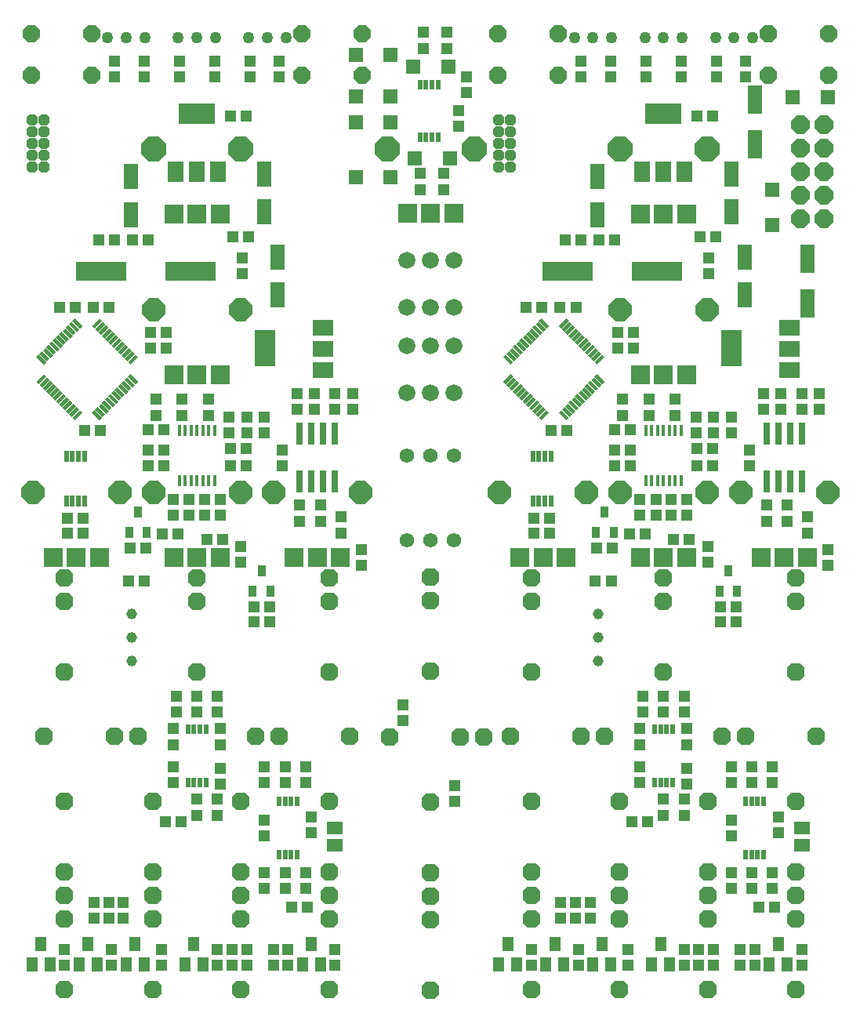
<source format=gbs>
G75*
%MOIN*%
%OFA0B0*%
%FSLAX25Y25*%
%IPPOS*%
%LPD*%
%AMOC8*
5,1,8,0,0,1.08239X$1,22.5*
%
%ADD10R,0.08000X0.08000*%
%ADD11OC8,0.09680*%
%ADD12OC8,0.10600*%
%ADD13OC8,0.07200*%
%ADD14R,0.01600X0.04537*%
%ADD15R,0.04537X0.01600*%
%ADD16R,0.21600X0.08200*%
%ADD17R,0.04931X0.04537*%
%ADD18OC8,0.04800*%
%ADD19R,0.01800X0.04500*%
%ADD20R,0.04537X0.04931*%
%ADD21R,0.02962X0.09261*%
%ADD22R,0.04537X0.06112*%
%ADD23R,0.03356X0.04537*%
%ADD24R,0.06112X0.10836*%
%ADD25R,0.08500X0.06500*%
%ADD26R,0.08500X0.15600*%
%ADD27R,0.06500X0.08500*%
%ADD28R,0.15600X0.08500*%
%ADD29C,0.04956*%
%ADD30R,0.02214X0.04616*%
%ADD31R,0.01978X0.04143*%
%ADD32C,0.04600*%
%ADD33R,0.06506X0.05718*%
%ADD34OC8,0.07600*%
%ADD35R,0.06112X0.12411*%
%ADD36R,0.06112X0.06112*%
%ADD37OC8,0.08000*%
%ADD38C,0.06200*%
%ADD39C,0.07200*%
D10*
X0016957Y0192991D03*
X0026800Y0192991D03*
X0036643Y0192991D03*
X0068207Y0192991D03*
X0078050Y0192991D03*
X0087893Y0192991D03*
X0119457Y0192991D03*
X0129300Y0192991D03*
X0139143Y0192991D03*
X0087893Y0270617D03*
X0078050Y0270617D03*
X0068207Y0270617D03*
X0068207Y0339054D03*
X0078050Y0339054D03*
X0087893Y0339054D03*
X0167548Y0339202D03*
X0177391Y0339202D03*
X0187233Y0339202D03*
X0266633Y0339054D03*
X0276475Y0339054D03*
X0286318Y0339054D03*
X0286318Y0270617D03*
X0276475Y0270617D03*
X0266633Y0270617D03*
X0266633Y0192991D03*
X0276475Y0192991D03*
X0286318Y0192991D03*
X0317883Y0192991D03*
X0327725Y0192991D03*
X0337568Y0192991D03*
X0235068Y0192991D03*
X0225225Y0192991D03*
X0215383Y0192991D03*
D11*
X0206721Y0220550D03*
X0243729Y0220550D03*
X0257971Y0220550D03*
X0294979Y0220550D03*
X0309221Y0220550D03*
X0346229Y0220550D03*
X0294979Y0298176D03*
X0257971Y0298176D03*
X0147804Y0220550D03*
X0110796Y0220550D03*
X0096554Y0220550D03*
X0059546Y0220550D03*
X0045304Y0220550D03*
X0008296Y0220550D03*
X0059546Y0298176D03*
X0096554Y0298176D03*
D12*
X0096554Y0366613D03*
X0059546Y0366613D03*
X0158887Y0366761D03*
X0195894Y0366761D03*
X0257971Y0366613D03*
X0294979Y0366613D03*
D13*
X0321175Y0397900D03*
X0321175Y0415700D03*
X0346775Y0415700D03*
X0346775Y0397900D03*
X0231775Y0397900D03*
X0231775Y0415700D03*
X0206175Y0415700D03*
X0206175Y0397900D03*
X0148350Y0397900D03*
X0148350Y0415700D03*
X0122750Y0415700D03*
X0122750Y0397900D03*
X0033350Y0397900D03*
X0033350Y0415700D03*
X0007750Y0415700D03*
X0007750Y0397900D03*
D14*
G36*
X0034550Y0290293D02*
X0033419Y0291424D01*
X0036626Y0294631D01*
X0037757Y0293500D01*
X0034550Y0290293D01*
G37*
G36*
X0035942Y0288901D02*
X0034811Y0290032D01*
X0038018Y0293239D01*
X0039149Y0292108D01*
X0035942Y0288901D01*
G37*
G36*
X0037334Y0287509D02*
X0036203Y0288640D01*
X0039410Y0291847D01*
X0040541Y0290716D01*
X0037334Y0287509D01*
G37*
G36*
X0038726Y0286117D02*
X0037595Y0287248D01*
X0040802Y0290455D01*
X0041933Y0289324D01*
X0038726Y0286117D01*
G37*
G36*
X0040118Y0284725D02*
X0038987Y0285856D01*
X0042194Y0289063D01*
X0043325Y0287932D01*
X0040118Y0284725D01*
G37*
G36*
X0041510Y0283333D02*
X0040379Y0284464D01*
X0043586Y0287671D01*
X0044717Y0286540D01*
X0041510Y0283333D01*
G37*
G36*
X0042902Y0281942D02*
X0041771Y0283073D01*
X0044978Y0286280D01*
X0046109Y0285149D01*
X0042902Y0281942D01*
G37*
G36*
X0044294Y0280550D02*
X0043163Y0281681D01*
X0046370Y0284888D01*
X0047501Y0283757D01*
X0044294Y0280550D01*
G37*
G36*
X0045686Y0279158D02*
X0044555Y0280289D01*
X0047762Y0283496D01*
X0048893Y0282365D01*
X0045686Y0279158D01*
G37*
G36*
X0047078Y0277766D02*
X0045947Y0278897D01*
X0049154Y0282104D01*
X0050285Y0280973D01*
X0047078Y0277766D01*
G37*
G36*
X0048470Y0276374D02*
X0047339Y0277505D01*
X0050546Y0280712D01*
X0051677Y0279581D01*
X0048470Y0276374D01*
G37*
G36*
X0049862Y0274982D02*
X0048731Y0276113D01*
X0051938Y0279320D01*
X0053069Y0278189D01*
X0049862Y0274982D01*
G37*
G36*
X0026199Y0251319D02*
X0025068Y0252450D01*
X0028275Y0255657D01*
X0029406Y0254526D01*
X0026199Y0251319D01*
G37*
G36*
X0024807Y0252711D02*
X0023676Y0253842D01*
X0026883Y0257049D01*
X0028014Y0255918D01*
X0024807Y0252711D01*
G37*
G36*
X0023415Y0254103D02*
X0022284Y0255234D01*
X0025491Y0258441D01*
X0026622Y0257310D01*
X0023415Y0254103D01*
G37*
G36*
X0022023Y0255495D02*
X0020892Y0256626D01*
X0024099Y0259833D01*
X0025230Y0258702D01*
X0022023Y0255495D01*
G37*
G36*
X0020631Y0256887D02*
X0019500Y0258018D01*
X0022707Y0261225D01*
X0023838Y0260094D01*
X0020631Y0256887D01*
G37*
G36*
X0019239Y0258279D02*
X0018108Y0259410D01*
X0021315Y0262617D01*
X0022446Y0261486D01*
X0019239Y0258279D01*
G37*
G36*
X0017847Y0259670D02*
X0016716Y0260801D01*
X0019923Y0264008D01*
X0021054Y0262877D01*
X0017847Y0259670D01*
G37*
G36*
X0016455Y0261062D02*
X0015324Y0262193D01*
X0018531Y0265400D01*
X0019662Y0264269D01*
X0016455Y0261062D01*
G37*
G36*
X0015063Y0262454D02*
X0013932Y0263585D01*
X0017139Y0266792D01*
X0018270Y0265661D01*
X0015063Y0262454D01*
G37*
G36*
X0013671Y0263846D02*
X0012540Y0264977D01*
X0015747Y0268184D01*
X0016878Y0267053D01*
X0013671Y0263846D01*
G37*
G36*
X0012279Y0265238D02*
X0011148Y0266369D01*
X0014355Y0269576D01*
X0015486Y0268445D01*
X0012279Y0265238D01*
G37*
G36*
X0010887Y0266630D02*
X0009756Y0267761D01*
X0012963Y0270968D01*
X0014094Y0269837D01*
X0010887Y0266630D01*
G37*
G36*
X0209313Y0266630D02*
X0208182Y0267761D01*
X0211389Y0270968D01*
X0212520Y0269837D01*
X0209313Y0266630D01*
G37*
G36*
X0210704Y0265238D02*
X0209573Y0266369D01*
X0212780Y0269576D01*
X0213911Y0268445D01*
X0210704Y0265238D01*
G37*
G36*
X0212096Y0263846D02*
X0210965Y0264977D01*
X0214172Y0268184D01*
X0215303Y0267053D01*
X0212096Y0263846D01*
G37*
G36*
X0213488Y0262454D02*
X0212357Y0263585D01*
X0215564Y0266792D01*
X0216695Y0265661D01*
X0213488Y0262454D01*
G37*
G36*
X0214880Y0261062D02*
X0213749Y0262193D01*
X0216956Y0265400D01*
X0218087Y0264269D01*
X0214880Y0261062D01*
G37*
G36*
X0216272Y0259670D02*
X0215141Y0260801D01*
X0218348Y0264008D01*
X0219479Y0262877D01*
X0216272Y0259670D01*
G37*
G36*
X0217664Y0258279D02*
X0216533Y0259410D01*
X0219740Y0262617D01*
X0220871Y0261486D01*
X0217664Y0258279D01*
G37*
G36*
X0219056Y0256887D02*
X0217925Y0258018D01*
X0221132Y0261225D01*
X0222263Y0260094D01*
X0219056Y0256887D01*
G37*
G36*
X0220448Y0255495D02*
X0219317Y0256626D01*
X0222524Y0259833D01*
X0223655Y0258702D01*
X0220448Y0255495D01*
G37*
G36*
X0221840Y0254103D02*
X0220709Y0255234D01*
X0223916Y0258441D01*
X0225047Y0257310D01*
X0221840Y0254103D01*
G37*
G36*
X0223232Y0252711D02*
X0222101Y0253842D01*
X0225308Y0257049D01*
X0226439Y0255918D01*
X0223232Y0252711D01*
G37*
G36*
X0224624Y0251319D02*
X0223493Y0252450D01*
X0226700Y0255657D01*
X0227831Y0254526D01*
X0224624Y0251319D01*
G37*
G36*
X0248287Y0274982D02*
X0247156Y0276113D01*
X0250363Y0279320D01*
X0251494Y0278189D01*
X0248287Y0274982D01*
G37*
G36*
X0246895Y0276374D02*
X0245764Y0277505D01*
X0248971Y0280712D01*
X0250102Y0279581D01*
X0246895Y0276374D01*
G37*
G36*
X0245503Y0277766D02*
X0244372Y0278897D01*
X0247579Y0282104D01*
X0248710Y0280973D01*
X0245503Y0277766D01*
G37*
G36*
X0244111Y0279158D02*
X0242980Y0280289D01*
X0246187Y0283496D01*
X0247318Y0282365D01*
X0244111Y0279158D01*
G37*
G36*
X0242719Y0280550D02*
X0241588Y0281681D01*
X0244795Y0284888D01*
X0245926Y0283757D01*
X0242719Y0280550D01*
G37*
G36*
X0241327Y0281942D02*
X0240196Y0283073D01*
X0243403Y0286280D01*
X0244534Y0285149D01*
X0241327Y0281942D01*
G37*
G36*
X0239935Y0283333D02*
X0238804Y0284464D01*
X0242011Y0287671D01*
X0243142Y0286540D01*
X0239935Y0283333D01*
G37*
G36*
X0238543Y0284725D02*
X0237412Y0285856D01*
X0240619Y0289063D01*
X0241750Y0287932D01*
X0238543Y0284725D01*
G37*
G36*
X0237151Y0286117D02*
X0236020Y0287248D01*
X0239227Y0290455D01*
X0240358Y0289324D01*
X0237151Y0286117D01*
G37*
G36*
X0235759Y0287509D02*
X0234628Y0288640D01*
X0237835Y0291847D01*
X0238966Y0290716D01*
X0235759Y0287509D01*
G37*
G36*
X0234367Y0288901D02*
X0233236Y0290032D01*
X0236443Y0293239D01*
X0237574Y0292108D01*
X0234367Y0288901D01*
G37*
G36*
X0232976Y0290293D02*
X0231845Y0291424D01*
X0235052Y0294631D01*
X0236183Y0293500D01*
X0232976Y0290293D01*
G37*
D15*
G36*
X0226700Y0290293D02*
X0223493Y0293500D01*
X0224624Y0294631D01*
X0227831Y0291424D01*
X0226700Y0290293D01*
G37*
G36*
X0225308Y0288901D02*
X0222101Y0292108D01*
X0223232Y0293239D01*
X0226439Y0290032D01*
X0225308Y0288901D01*
G37*
G36*
X0223916Y0287509D02*
X0220709Y0290716D01*
X0221840Y0291847D01*
X0225047Y0288640D01*
X0223916Y0287509D01*
G37*
G36*
X0222524Y0286117D02*
X0219317Y0289324D01*
X0220448Y0290455D01*
X0223655Y0287248D01*
X0222524Y0286117D01*
G37*
G36*
X0221132Y0284725D02*
X0217925Y0287932D01*
X0219056Y0289063D01*
X0222263Y0285856D01*
X0221132Y0284725D01*
G37*
G36*
X0219740Y0283333D02*
X0216533Y0286540D01*
X0217664Y0287671D01*
X0220871Y0284464D01*
X0219740Y0283333D01*
G37*
G36*
X0218348Y0281942D02*
X0215141Y0285149D01*
X0216272Y0286280D01*
X0219479Y0283073D01*
X0218348Y0281942D01*
G37*
G36*
X0216956Y0280550D02*
X0213749Y0283757D01*
X0214880Y0284888D01*
X0218087Y0281681D01*
X0216956Y0280550D01*
G37*
G36*
X0215564Y0279158D02*
X0212357Y0282365D01*
X0213488Y0283496D01*
X0216695Y0280289D01*
X0215564Y0279158D01*
G37*
G36*
X0214172Y0277766D02*
X0210965Y0280973D01*
X0212096Y0282104D01*
X0215303Y0278897D01*
X0214172Y0277766D01*
G37*
G36*
X0212780Y0276374D02*
X0209573Y0279581D01*
X0210704Y0280712D01*
X0213911Y0277505D01*
X0212780Y0276374D01*
G37*
G36*
X0211389Y0274982D02*
X0208182Y0278189D01*
X0209313Y0279320D01*
X0212520Y0276113D01*
X0211389Y0274982D01*
G37*
G36*
X0235052Y0251319D02*
X0231845Y0254526D01*
X0232976Y0255657D01*
X0236183Y0252450D01*
X0235052Y0251319D01*
G37*
G36*
X0236443Y0252711D02*
X0233236Y0255918D01*
X0234367Y0257049D01*
X0237574Y0253842D01*
X0236443Y0252711D01*
G37*
G36*
X0237835Y0254103D02*
X0234628Y0257310D01*
X0235759Y0258441D01*
X0238966Y0255234D01*
X0237835Y0254103D01*
G37*
G36*
X0239227Y0255495D02*
X0236020Y0258702D01*
X0237151Y0259833D01*
X0240358Y0256626D01*
X0239227Y0255495D01*
G37*
G36*
X0240619Y0256887D02*
X0237412Y0260094D01*
X0238543Y0261225D01*
X0241750Y0258018D01*
X0240619Y0256887D01*
G37*
G36*
X0242011Y0258279D02*
X0238804Y0261486D01*
X0239935Y0262617D01*
X0243142Y0259410D01*
X0242011Y0258279D01*
G37*
G36*
X0243403Y0259670D02*
X0240196Y0262877D01*
X0241327Y0264008D01*
X0244534Y0260801D01*
X0243403Y0259670D01*
G37*
G36*
X0244795Y0261062D02*
X0241588Y0264269D01*
X0242719Y0265400D01*
X0245926Y0262193D01*
X0244795Y0261062D01*
G37*
G36*
X0246187Y0262454D02*
X0242980Y0265661D01*
X0244111Y0266792D01*
X0247318Y0263585D01*
X0246187Y0262454D01*
G37*
G36*
X0247579Y0263846D02*
X0244372Y0267053D01*
X0245503Y0268184D01*
X0248710Y0264977D01*
X0247579Y0263846D01*
G37*
G36*
X0248971Y0265238D02*
X0245764Y0268445D01*
X0246895Y0269576D01*
X0250102Y0266369D01*
X0248971Y0265238D01*
G37*
G36*
X0250363Y0266630D02*
X0247156Y0269837D01*
X0248287Y0270968D01*
X0251494Y0267761D01*
X0250363Y0266630D01*
G37*
G36*
X0051938Y0266630D02*
X0048731Y0269837D01*
X0049862Y0270968D01*
X0053069Y0267761D01*
X0051938Y0266630D01*
G37*
G36*
X0050546Y0265238D02*
X0047339Y0268445D01*
X0048470Y0269576D01*
X0051677Y0266369D01*
X0050546Y0265238D01*
G37*
G36*
X0049154Y0263846D02*
X0045947Y0267053D01*
X0047078Y0268184D01*
X0050285Y0264977D01*
X0049154Y0263846D01*
G37*
G36*
X0047762Y0262454D02*
X0044555Y0265661D01*
X0045686Y0266792D01*
X0048893Y0263585D01*
X0047762Y0262454D01*
G37*
G36*
X0046370Y0261062D02*
X0043163Y0264269D01*
X0044294Y0265400D01*
X0047501Y0262193D01*
X0046370Y0261062D01*
G37*
G36*
X0044978Y0259670D02*
X0041771Y0262877D01*
X0042902Y0264008D01*
X0046109Y0260801D01*
X0044978Y0259670D01*
G37*
G36*
X0043586Y0258279D02*
X0040379Y0261486D01*
X0041510Y0262617D01*
X0044717Y0259410D01*
X0043586Y0258279D01*
G37*
G36*
X0042194Y0256887D02*
X0038987Y0260094D01*
X0040118Y0261225D01*
X0043325Y0258018D01*
X0042194Y0256887D01*
G37*
G36*
X0040802Y0255495D02*
X0037595Y0258702D01*
X0038726Y0259833D01*
X0041933Y0256626D01*
X0040802Y0255495D01*
G37*
G36*
X0039410Y0254103D02*
X0036203Y0257310D01*
X0037334Y0258441D01*
X0040541Y0255234D01*
X0039410Y0254103D01*
G37*
G36*
X0038018Y0252711D02*
X0034811Y0255918D01*
X0035942Y0257049D01*
X0039149Y0253842D01*
X0038018Y0252711D01*
G37*
G36*
X0036626Y0251319D02*
X0033419Y0254526D01*
X0034550Y0255657D01*
X0037757Y0252450D01*
X0036626Y0251319D01*
G37*
G36*
X0012963Y0274982D02*
X0009756Y0278189D01*
X0010887Y0279320D01*
X0014094Y0276113D01*
X0012963Y0274982D01*
G37*
G36*
X0014355Y0276374D02*
X0011148Y0279581D01*
X0012279Y0280712D01*
X0015486Y0277505D01*
X0014355Y0276374D01*
G37*
G36*
X0015747Y0277766D02*
X0012540Y0280973D01*
X0013671Y0282104D01*
X0016878Y0278897D01*
X0015747Y0277766D01*
G37*
G36*
X0017139Y0279158D02*
X0013932Y0282365D01*
X0015063Y0283496D01*
X0018270Y0280289D01*
X0017139Y0279158D01*
G37*
G36*
X0018531Y0280550D02*
X0015324Y0283757D01*
X0016455Y0284888D01*
X0019662Y0281681D01*
X0018531Y0280550D01*
G37*
G36*
X0019923Y0281942D02*
X0016716Y0285149D01*
X0017847Y0286280D01*
X0021054Y0283073D01*
X0019923Y0281942D01*
G37*
G36*
X0021315Y0283333D02*
X0018108Y0286540D01*
X0019239Y0287671D01*
X0022446Y0284464D01*
X0021315Y0283333D01*
G37*
G36*
X0022707Y0284725D02*
X0019500Y0287932D01*
X0020631Y0289063D01*
X0023838Y0285856D01*
X0022707Y0284725D01*
G37*
G36*
X0024099Y0286117D02*
X0020892Y0289324D01*
X0022023Y0290455D01*
X0025230Y0287248D01*
X0024099Y0286117D01*
G37*
G36*
X0025491Y0287509D02*
X0022284Y0290716D01*
X0023415Y0291847D01*
X0026622Y0288640D01*
X0025491Y0287509D01*
G37*
G36*
X0026883Y0288901D02*
X0023676Y0292108D01*
X0024807Y0293239D01*
X0028014Y0290032D01*
X0026883Y0288901D01*
G37*
G36*
X0028275Y0290293D02*
X0025068Y0293500D01*
X0026199Y0294631D01*
X0029406Y0291424D01*
X0028275Y0290293D01*
G37*
D16*
X0037394Y0314710D03*
X0075394Y0314710D03*
X0235819Y0314710D03*
X0273819Y0314710D03*
D17*
X0255668Y0328060D03*
X0248975Y0328060D03*
X0241451Y0327981D03*
X0234758Y0327981D03*
X0232504Y0299300D03*
X0239197Y0299300D03*
X0224822Y0299300D03*
X0218129Y0299300D03*
X0256879Y0288488D03*
X0256879Y0282051D03*
X0263572Y0282051D03*
X0263572Y0288488D03*
X0258975Y0260146D03*
X0258975Y0253454D03*
X0255629Y0247425D03*
X0262322Y0247425D03*
X0270225Y0253454D03*
X0270225Y0260146D03*
X0281475Y0260146D03*
X0281475Y0253454D03*
X0297725Y0252646D03*
X0297725Y0245954D03*
X0305225Y0245954D03*
X0305225Y0252646D03*
X0297322Y0231800D03*
X0290629Y0231800D03*
X0279725Y0217646D03*
X0273225Y0217646D03*
X0266475Y0217646D03*
X0266475Y0210954D03*
X0273225Y0210954D03*
X0279725Y0210954D03*
X0295225Y0197646D03*
X0295225Y0190954D03*
X0300629Y0171800D03*
X0307322Y0171800D03*
X0328975Y0208454D03*
X0328975Y0215146D03*
X0337725Y0210146D03*
X0337725Y0203454D03*
X0346475Y0196396D03*
X0346475Y0189704D03*
X0342725Y0255954D03*
X0342725Y0262646D03*
X0335225Y0262646D03*
X0335225Y0255954D03*
X0326475Y0255954D03*
X0326475Y0262646D03*
X0262322Y0231800D03*
X0255629Y0231800D03*
X0235447Y0246800D03*
X0228754Y0246800D03*
X0228129Y0209605D03*
X0228129Y0203355D03*
X0221436Y0203355D03*
X0221436Y0209605D03*
X0248129Y0196800D03*
X0254822Y0196800D03*
X0267725Y0133896D03*
X0267725Y0127204D03*
X0266475Y0120146D03*
X0266475Y0113454D03*
X0276475Y0127204D03*
X0276475Y0133896D03*
X0285225Y0133896D03*
X0285225Y0127204D03*
X0313975Y0103896D03*
X0313975Y0097204D03*
X0322725Y0097204D03*
X0322725Y0103896D03*
X0285225Y0090146D03*
X0285225Y0083454D03*
X0313975Y0058896D03*
X0313975Y0052204D03*
X0322725Y0052204D03*
X0322725Y0058896D03*
X0315225Y0026396D03*
X0308975Y0026396D03*
X0308975Y0019704D03*
X0315225Y0019704D03*
X0297725Y0019704D03*
X0291475Y0019704D03*
X0285225Y0019704D03*
X0285225Y0026396D03*
X0291475Y0026396D03*
X0297725Y0026396D03*
X0261475Y0026396D03*
X0261475Y0019704D03*
X0245225Y0039704D03*
X0245225Y0046396D03*
X0238975Y0046396D03*
X0238975Y0039704D03*
X0232725Y0039704D03*
X0232725Y0046396D03*
X0240225Y0026396D03*
X0240225Y0019704D03*
X0220225Y0019704D03*
X0220225Y0026396D03*
X0187617Y0089182D03*
X0187617Y0095875D03*
X0165589Y0123591D03*
X0165589Y0130284D03*
X0124300Y0103896D03*
X0124300Y0097204D03*
X0115550Y0097204D03*
X0115550Y0103896D03*
X0086800Y0090146D03*
X0086800Y0083454D03*
X0068050Y0113454D03*
X0068050Y0120146D03*
X0069300Y0127204D03*
X0069300Y0133896D03*
X0078050Y0133896D03*
X0078050Y0127204D03*
X0086800Y0127204D03*
X0086800Y0133896D03*
X0102204Y0171800D03*
X0108896Y0171800D03*
X0096800Y0190954D03*
X0096800Y0197646D03*
X0081300Y0210954D03*
X0074800Y0210954D03*
X0074800Y0217646D03*
X0081300Y0217646D03*
X0068050Y0217646D03*
X0068050Y0210954D03*
X0056396Y0196800D03*
X0049704Y0196800D03*
X0029704Y0203355D03*
X0029704Y0209605D03*
X0023011Y0209605D03*
X0023011Y0203355D03*
X0030329Y0246800D03*
X0037021Y0246800D03*
X0057204Y0247425D03*
X0060550Y0253454D03*
X0060550Y0260146D03*
X0063896Y0247425D03*
X0071800Y0253454D03*
X0071800Y0260146D03*
X0083050Y0260146D03*
X0083050Y0253454D03*
X0099300Y0252646D03*
X0099300Y0245954D03*
X0106800Y0245954D03*
X0106800Y0252646D03*
X0098896Y0231800D03*
X0092204Y0231800D03*
X0063896Y0231800D03*
X0057204Y0231800D03*
X0058454Y0282051D03*
X0058454Y0288488D03*
X0065146Y0288488D03*
X0065146Y0282051D03*
X0040771Y0299300D03*
X0034079Y0299300D03*
X0026396Y0299300D03*
X0019704Y0299300D03*
X0036332Y0327981D03*
X0043025Y0327981D03*
X0050550Y0328060D03*
X0057243Y0328060D03*
X0092204Y0380550D03*
X0098896Y0380550D03*
X0100550Y0397204D03*
X0100550Y0403896D03*
X0113050Y0403896D03*
X0113050Y0397204D03*
X0085550Y0397204D03*
X0085550Y0403896D03*
X0070550Y0403896D03*
X0070550Y0397204D03*
X0055550Y0397204D03*
X0055550Y0403896D03*
X0043050Y0403896D03*
X0043050Y0397204D03*
X0128050Y0262646D03*
X0128050Y0255954D03*
X0136800Y0255954D03*
X0136800Y0262646D03*
X0144300Y0262646D03*
X0144300Y0255954D03*
X0130550Y0215146D03*
X0130550Y0208454D03*
X0139300Y0210146D03*
X0139300Y0203454D03*
X0148050Y0196396D03*
X0148050Y0189704D03*
X0124300Y0058896D03*
X0124300Y0052204D03*
X0115550Y0052204D03*
X0115550Y0058896D03*
X0116800Y0026396D03*
X0110550Y0026396D03*
X0110550Y0019704D03*
X0116800Y0019704D03*
X0099300Y0019704D03*
X0093050Y0019704D03*
X0086800Y0019704D03*
X0086800Y0026396D03*
X0093050Y0026396D03*
X0099300Y0026396D03*
X0063050Y0026396D03*
X0063050Y0019704D03*
X0046800Y0039704D03*
X0046800Y0046396D03*
X0040550Y0046396D03*
X0040550Y0039704D03*
X0034300Y0039704D03*
X0034300Y0046396D03*
X0041800Y0026396D03*
X0041800Y0019704D03*
X0021800Y0019704D03*
X0021800Y0026396D03*
X0136800Y0026396D03*
X0136800Y0019704D03*
X0335225Y0019704D03*
X0335225Y0026396D03*
X0183011Y0349438D03*
X0183011Y0356131D03*
X0173011Y0356131D03*
X0173011Y0349438D03*
X0174261Y0409438D03*
X0174261Y0416131D03*
X0184261Y0416131D03*
X0184261Y0409438D03*
X0241475Y0403896D03*
X0241475Y0397204D03*
X0253975Y0397204D03*
X0253975Y0403896D03*
X0268975Y0403896D03*
X0268975Y0397204D03*
X0283975Y0397204D03*
X0283975Y0403896D03*
X0298975Y0403896D03*
X0298975Y0397204D03*
X0311475Y0397204D03*
X0311475Y0403896D03*
X0297322Y0380550D03*
X0290629Y0380550D03*
D18*
X0211337Y0379088D03*
X0206337Y0379088D03*
X0206337Y0374088D03*
X0206337Y0369088D03*
X0206337Y0364088D03*
X0206337Y0359088D03*
X0211337Y0359088D03*
X0211337Y0364088D03*
X0211337Y0369088D03*
X0211337Y0374088D03*
X0012912Y0374088D03*
X0012912Y0369088D03*
X0012912Y0364088D03*
X0012912Y0359088D03*
X0007912Y0359088D03*
X0007912Y0364088D03*
X0007912Y0369088D03*
X0007912Y0374088D03*
X0007912Y0379088D03*
X0012912Y0379088D03*
D19*
X0070550Y0246880D03*
X0073050Y0246880D03*
X0075550Y0246880D03*
X0078050Y0246880D03*
X0080550Y0246880D03*
X0083050Y0246880D03*
X0085550Y0246880D03*
X0085550Y0225480D03*
X0083050Y0225480D03*
X0080550Y0225480D03*
X0078050Y0225480D03*
X0075550Y0225480D03*
X0073050Y0225480D03*
X0070550Y0225480D03*
X0268975Y0225480D03*
X0271475Y0225480D03*
X0273975Y0225480D03*
X0276475Y0225480D03*
X0278975Y0225480D03*
X0281475Y0225480D03*
X0283975Y0225480D03*
X0283975Y0246880D03*
X0281475Y0246880D03*
X0278975Y0246880D03*
X0276475Y0246880D03*
X0273975Y0246880D03*
X0271475Y0246880D03*
X0268975Y0246880D03*
D20*
X0262322Y0238670D03*
X0255629Y0238670D03*
X0261879Y0203050D03*
X0268572Y0203050D03*
X0280629Y0200550D03*
X0287322Y0200550D03*
X0286475Y0210954D03*
X0286475Y0217646D03*
X0290629Y0239300D03*
X0290225Y0245954D03*
X0290225Y0252646D03*
X0297322Y0239300D03*
X0312886Y0238533D03*
X0312886Y0231841D03*
X0320225Y0215146D03*
X0320225Y0208454D03*
X0307322Y0165550D03*
X0300629Y0165550D03*
X0286475Y0120146D03*
X0286475Y0113454D03*
X0286475Y0103276D03*
X0286475Y0096583D03*
X0276475Y0090146D03*
X0276475Y0083454D03*
X0269822Y0080550D03*
X0263129Y0080550D03*
X0266475Y0097204D03*
X0266475Y0103896D03*
X0305225Y0103896D03*
X0305225Y0097204D03*
X0305225Y0081396D03*
X0305225Y0074704D03*
X0305225Y0058896D03*
X0305225Y0052204D03*
X0316879Y0044300D03*
X0323572Y0044300D03*
X0325225Y0075954D03*
X0325225Y0082646D03*
X0254202Y0183050D03*
X0247509Y0183050D03*
X0318975Y0255954D03*
X0318975Y0262646D03*
X0295806Y0313660D03*
X0295806Y0320353D03*
X0298572Y0329300D03*
X0291879Y0329300D03*
X0192617Y0390747D03*
X0192617Y0397440D03*
X0189467Y0382843D03*
X0189467Y0376150D03*
X0100146Y0329300D03*
X0093454Y0329300D03*
X0097381Y0320353D03*
X0097381Y0313660D03*
X0120550Y0262646D03*
X0120550Y0255954D03*
X0114461Y0238533D03*
X0114461Y0231841D03*
X0121800Y0215146D03*
X0121800Y0208454D03*
X0098896Y0239300D03*
X0092204Y0239300D03*
X0091800Y0245954D03*
X0091800Y0252646D03*
X0063896Y0238670D03*
X0057204Y0238670D03*
X0063454Y0203050D03*
X0070146Y0203050D03*
X0082204Y0200550D03*
X0088896Y0200550D03*
X0088050Y0210954D03*
X0088050Y0217646D03*
X0055776Y0183050D03*
X0049083Y0183050D03*
X0088050Y0120146D03*
X0088050Y0113454D03*
X0088050Y0103276D03*
X0088050Y0096583D03*
X0078050Y0090146D03*
X0078050Y0083454D03*
X0071396Y0080550D03*
X0064704Y0080550D03*
X0068050Y0097204D03*
X0068050Y0103896D03*
X0106800Y0103896D03*
X0106800Y0097204D03*
X0106800Y0081396D03*
X0106800Y0074704D03*
X0106800Y0058896D03*
X0106800Y0052204D03*
X0118454Y0044300D03*
X0125146Y0044300D03*
X0126800Y0075954D03*
X0126800Y0082646D03*
X0108896Y0165550D03*
X0102204Y0165550D03*
D21*
X0121800Y0225314D03*
X0126800Y0225314D03*
X0131800Y0225314D03*
X0136800Y0225314D03*
X0136800Y0245786D03*
X0131800Y0245786D03*
X0126800Y0245786D03*
X0121800Y0245786D03*
X0320225Y0245786D03*
X0325225Y0245786D03*
X0330225Y0245786D03*
X0335225Y0245786D03*
X0335225Y0225314D03*
X0330225Y0225314D03*
X0325225Y0225314D03*
X0320225Y0225314D03*
D22*
X0008060Y0019969D03*
X0015540Y0019969D03*
X0011800Y0028631D03*
X0028060Y0019969D03*
X0031800Y0028631D03*
X0035540Y0019969D03*
X0048060Y0019969D03*
X0055540Y0019969D03*
X0051800Y0028631D03*
X0073060Y0019969D03*
X0080540Y0019969D03*
X0076800Y0028631D03*
X0123060Y0019969D03*
X0130540Y0019969D03*
X0126800Y0028631D03*
X0206485Y0019969D03*
X0213965Y0019969D03*
X0210225Y0028631D03*
X0226485Y0019969D03*
X0233965Y0019969D03*
X0230225Y0028631D03*
X0246485Y0019969D03*
X0253965Y0019969D03*
X0250225Y0028631D03*
X0271485Y0019969D03*
X0278965Y0019969D03*
X0275225Y0028631D03*
X0321485Y0019969D03*
X0328965Y0019969D03*
X0325225Y0028631D03*
D23*
X0307715Y0178719D03*
X0300235Y0178719D03*
X0303975Y0187381D03*
X0255215Y0203719D03*
X0247735Y0203719D03*
X0251475Y0212381D03*
X0109290Y0178719D03*
X0101810Y0178719D03*
X0105550Y0187381D03*
X0056790Y0203719D03*
X0053050Y0212381D03*
X0049310Y0203719D03*
D24*
X0112426Y0304479D03*
X0112426Y0320621D03*
X0106800Y0339979D03*
X0106800Y0356121D03*
X0049925Y0354871D03*
X0049925Y0338729D03*
X0248350Y0338729D03*
X0248350Y0354871D03*
X0305225Y0356121D03*
X0305225Y0339979D03*
X0310851Y0320621D03*
X0310851Y0304479D03*
D25*
X0330125Y0290700D03*
X0330125Y0281700D03*
X0330125Y0272700D03*
X0131700Y0272700D03*
X0131700Y0281700D03*
X0131700Y0290700D03*
D26*
X0106900Y0281800D03*
X0305325Y0281800D03*
D27*
X0285375Y0356900D03*
X0276375Y0356900D03*
X0267375Y0356900D03*
X0086950Y0356900D03*
X0077950Y0356900D03*
X0068950Y0356900D03*
D28*
X0078050Y0381700D03*
X0276475Y0381700D03*
D29*
X0276475Y0413936D03*
X0268601Y0413936D03*
X0254349Y0413936D03*
X0246475Y0413936D03*
X0238601Y0413936D03*
X0284349Y0413936D03*
X0298601Y0413936D03*
X0306475Y0413936D03*
X0314349Y0413936D03*
X0115924Y0413936D03*
X0108050Y0413936D03*
X0100176Y0413936D03*
X0085924Y0413936D03*
X0078050Y0413936D03*
X0070176Y0413936D03*
X0055924Y0413936D03*
X0048050Y0413936D03*
X0040176Y0413936D03*
D30*
X0030196Y0235929D03*
X0027637Y0235929D03*
X0025078Y0235929D03*
X0022519Y0235929D03*
X0022519Y0217031D03*
X0025078Y0217031D03*
X0027637Y0217031D03*
X0030196Y0217031D03*
X0220944Y0217031D03*
X0223503Y0217031D03*
X0226062Y0217031D03*
X0228621Y0217031D03*
X0228621Y0235929D03*
X0226062Y0235929D03*
X0223503Y0235929D03*
X0220944Y0235929D03*
D31*
X0272637Y0119989D03*
X0275196Y0119989D03*
X0277755Y0119989D03*
X0280314Y0119989D03*
X0280314Y0097351D03*
X0277755Y0097351D03*
X0275196Y0097351D03*
X0272637Y0097351D03*
X0311387Y0089369D03*
X0313946Y0089369D03*
X0316505Y0089369D03*
X0319064Y0089369D03*
X0319064Y0066731D03*
X0316505Y0066731D03*
X0313946Y0066731D03*
X0311387Y0066731D03*
X0120639Y0066731D03*
X0118080Y0066731D03*
X0115520Y0066731D03*
X0112961Y0066731D03*
X0112961Y0089369D03*
X0115520Y0089369D03*
X0118080Y0089369D03*
X0120639Y0089369D03*
X0081889Y0097351D03*
X0079330Y0097351D03*
X0076770Y0097351D03*
X0074211Y0097351D03*
X0074211Y0119989D03*
X0076770Y0119989D03*
X0079330Y0119989D03*
X0081889Y0119989D03*
X0172922Y0371465D03*
X0175481Y0371465D03*
X0178040Y0371465D03*
X0180599Y0371465D03*
X0180599Y0394103D03*
X0178040Y0394103D03*
X0175481Y0394103D03*
X0172922Y0394103D03*
D32*
X0248650Y0169113D03*
X0248650Y0159113D03*
X0248650Y0149113D03*
X0050225Y0149113D03*
X0050225Y0159113D03*
X0050225Y0169113D03*
D33*
X0136800Y0078040D03*
X0136800Y0070560D03*
X0335225Y0070560D03*
X0335225Y0078040D03*
D34*
X0332725Y0089300D03*
X0341486Y0116800D03*
X0332725Y0144300D03*
X0311486Y0116800D03*
X0301486Y0116800D03*
X0295225Y0089300D03*
X0295225Y0059300D03*
X0295225Y0049300D03*
X0295225Y0049300D03*
X0295225Y0039300D03*
X0295225Y0009300D03*
X0332725Y0009300D03*
X0332725Y0039300D03*
X0332725Y0049300D03*
X0332725Y0049300D03*
X0332725Y0059300D03*
X0276475Y0144300D03*
X0276475Y0174300D03*
X0276475Y0184300D03*
X0220225Y0184300D03*
X0220225Y0174300D03*
X0220225Y0144300D03*
X0211475Y0116800D03*
X0199891Y0116761D03*
X0189891Y0116761D03*
X0177391Y0144536D03*
X0159891Y0116761D03*
X0143061Y0116800D03*
X0134300Y0144300D03*
X0113061Y0116800D03*
X0103061Y0116800D03*
X0096800Y0089300D03*
X0096800Y0059300D03*
X0096800Y0049300D03*
X0096800Y0049300D03*
X0096800Y0039300D03*
X0096800Y0009300D03*
X0134300Y0009300D03*
X0134300Y0039300D03*
X0134300Y0049300D03*
X0134300Y0049300D03*
X0134300Y0059300D03*
X0134300Y0089300D03*
X0177391Y0088985D03*
X0177391Y0058985D03*
X0177391Y0049103D03*
X0177391Y0048985D03*
X0177391Y0039103D03*
X0177391Y0009103D03*
X0220225Y0009300D03*
X0220225Y0039300D03*
X0220225Y0049300D03*
X0220225Y0049300D03*
X0220225Y0059300D03*
X0220225Y0089300D03*
X0241475Y0116800D03*
X0251475Y0116800D03*
X0257725Y0089300D03*
X0257725Y0059300D03*
X0257725Y0049300D03*
X0257725Y0049300D03*
X0257725Y0039300D03*
X0257725Y0009300D03*
X0332725Y0174300D03*
X0332725Y0184300D03*
X0177391Y0184536D03*
X0177391Y0174536D03*
X0134300Y0174300D03*
X0134300Y0184300D03*
X0078050Y0184300D03*
X0078050Y0174300D03*
X0078050Y0144300D03*
X0053050Y0116800D03*
X0043050Y0116800D03*
X0021800Y0144300D03*
X0013050Y0116800D03*
X0021800Y0089300D03*
X0021800Y0059300D03*
X0021800Y0049300D03*
X0021800Y0049300D03*
X0021800Y0039300D03*
X0021800Y0009300D03*
X0059300Y0009300D03*
X0059300Y0039300D03*
X0059300Y0049300D03*
X0059300Y0049300D03*
X0059300Y0059300D03*
X0059300Y0089300D03*
X0021800Y0174300D03*
X0021800Y0184300D03*
D35*
X0315225Y0368601D03*
X0315225Y0387499D03*
X0337725Y0319999D03*
X0337725Y0301101D03*
D36*
X0322725Y0334320D03*
X0322725Y0349280D03*
X0331495Y0388675D03*
X0346456Y0388675D03*
X0184866Y0401534D03*
X0169906Y0401534D03*
X0160491Y0406652D03*
X0145530Y0406652D03*
X0145530Y0389034D03*
X0145530Y0378109D03*
X0160491Y0378109D03*
X0160491Y0389034D03*
X0170830Y0362784D03*
X0160491Y0354585D03*
X0145530Y0354585D03*
X0185791Y0362784D03*
D37*
X0334600Y0366800D03*
X0334600Y0376800D03*
X0344600Y0376800D03*
X0344600Y0366800D03*
X0344600Y0356800D03*
X0344600Y0346800D03*
X0334600Y0346800D03*
X0334600Y0356800D03*
X0334600Y0336800D03*
X0344600Y0336800D03*
D38*
X0187391Y0236446D03*
X0177391Y0236446D03*
X0167391Y0236446D03*
X0167391Y0200225D03*
X0177391Y0200225D03*
X0187391Y0200225D03*
D39*
X0187391Y0263060D03*
X0177391Y0263060D03*
X0167391Y0263060D03*
X0167391Y0283060D03*
X0177391Y0283060D03*
X0187391Y0283060D03*
X0187391Y0299280D03*
X0177391Y0299280D03*
X0167391Y0299280D03*
X0167391Y0319280D03*
X0177391Y0319280D03*
X0187391Y0319280D03*
M02*

</source>
